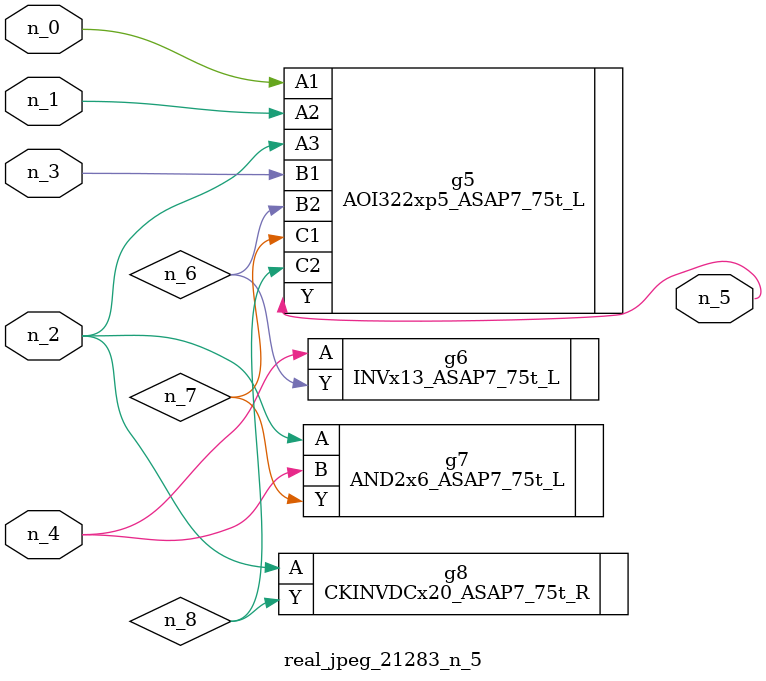
<source format=v>
module real_jpeg_21283_n_5 (n_4, n_0, n_1, n_2, n_3, n_5);

input n_4;
input n_0;
input n_1;
input n_2;
input n_3;

output n_5;

wire n_8;
wire n_6;
wire n_7;

AOI322xp5_ASAP7_75t_L g5 ( 
.A1(n_0),
.A2(n_1),
.A3(n_2),
.B1(n_3),
.B2(n_6),
.C1(n_7),
.C2(n_8),
.Y(n_5)
);

AND2x6_ASAP7_75t_L g7 ( 
.A(n_2),
.B(n_4),
.Y(n_7)
);

CKINVDCx20_ASAP7_75t_R g8 ( 
.A(n_2),
.Y(n_8)
);

INVx13_ASAP7_75t_L g6 ( 
.A(n_4),
.Y(n_6)
);


endmodule
</source>
